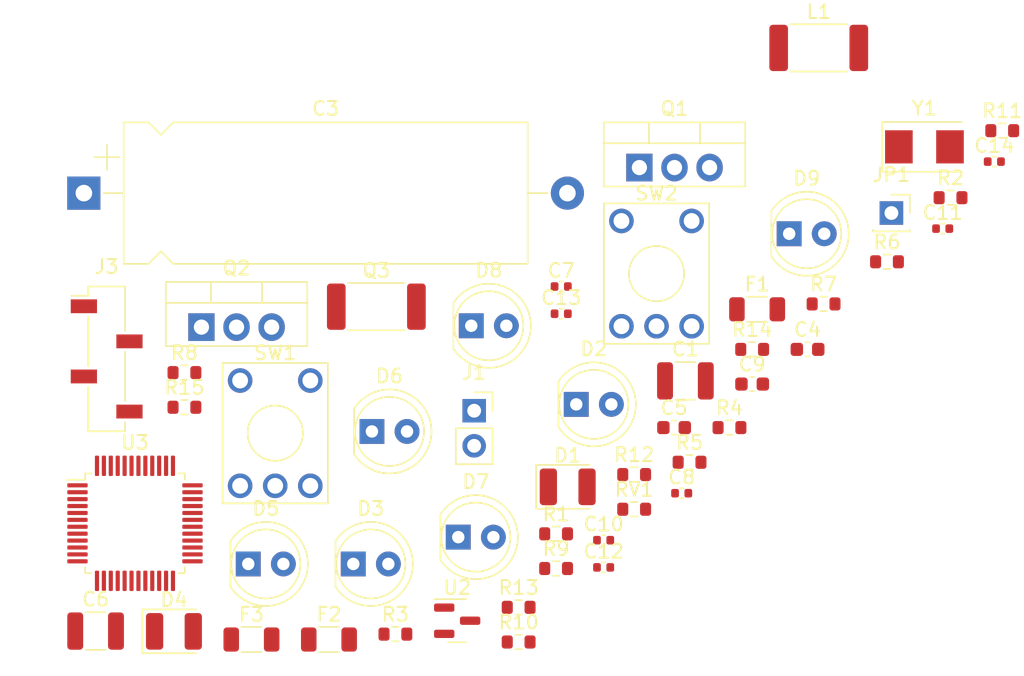
<source format=kicad_pcb>
(kicad_pcb (version 20211014) (generator pcbnew)
  (layers (0 "F.Cu" signal) (31 "B.Cu" signal) (34 "B.Paste" user) (35 "F.Paste" user) (36 "B.SilkS" user "B.Silkscreen") (37 "F.SilkS" user "F.Silkscreen") (38 "B.Mask" user) (39 "F.Mask" user) (44 "Edge.Cuts" user))
  (net 0 "")
  (net 1 "VBUS")
  (net 2 "GND")
  (net 3 "Net-(C3-Pad1)")
  (net 4 "VCC")
  (net 5 "+3.3V")
  (net 6 "+BATT")
  (net 7 "/HSE_OUT")
  (net 8 "/HSE_IN")
  (net 9 "Net-(D1-Pad1)")
  (net 10 "Net-(D2-Pad1)")
  (net 11 "Net-(D2-Pad2)")
  (net 12 "Net-(D3-Pad1)")
  (net 13 "Net-(D3-Pad2)")
  (net 14 "Net-(D5-Pad1)")
  (net 15 "Net-(D6-Pad1)")
  (net 16 "/LED_STAT")
  (net 17 "Net-(D7-Pad2)")
  (net 18 "Net-(D8-Pad2)")
  (net 19 "Net-(D9-Pad2)")
  (net 20 "Net-(F1-Pad1)")
  (net 21 "Net-(F2-Pad1)")
  (net 22 "PIN+")
  (net 23 "SWCLK")
  (net 24 "SWDIO")
  (net 25 "/BOOT0")
  (net 26 "Net-(Q1-Pad1)")
  (net 27 "Net-(Q2-Pad1)")
  (net 28 "PIN-")
  (net 29 "AMP_CTRL")
  (net 30 "Net-(R2-Pad2)")
  (net 31 "FREQ_CTRL")
  (net 32 "PIN_BOT")
  (net 33 "Net-(R10-Pad2)")
  (net 34 "USB_D+")
  (net 35 "LED_ON")
  (net 36 "LED_CONT")
  (net 37 "LED_BURST")
  (net 38 "SELECTION")
  (net 39 "RESET")
  (net 40 "PC13")
  (net 41 "PC14")
  (net 42 "PC15")
  (net 45 "PA3")
  (net 46 "PA6")
  (net 47 "PA7")
  (net 48 "PB0")
  (net 49 "PB1")
  (net 50 "PB2")
  (net 51 "PB10")
  (net 52 "PB11")
  (net 57 "PA8")
  (net 58 "PA9")
  (net 59 "PA10")
  (net 60 "USB_D-")
  (net 61 "PA15")
  (net 62 "SWO")
  (net 63 "PB4")
  (net 64 "PB5")
  (net 65 "PB6")
  (net 66 "PB7")
  (net 67 "PB8")
  (net 68 "PB9")
  (footprint "LED_THT:LED_D5.0mm_FlatTop" (layer "F.Cu") (at 167.1 91.5)
    (fp_text reference "D2" (at 1.27 -4.01) (layer "F.SilkS"))
    (fp_text value "LED")
    (fp_line (start -1.29 -1.64) (end -1.29 1.64) (layer "F.SilkS") (width 0.12))
    (fp_arc (start -1.29 -1.639512) (mid 2.125106 -2.917258) (end 4.309999 0.001958) (layer "F.SilkS") (width 0.12))
    (fp_arc (start 4.309999 -0.001958) (mid 2.125106 2.917258) (end -1.29 1.639512) (layer "F.SilkS") (width 0.12))
    (fp_circle (center 1.27 0) (end 3.77 0) (layer "F.SilkS") (width 0.12) (fill none))
    (pad "1" thru_hole rect (at 0 0) (size 1.8 1.8) (drill 0.9) (layers *.Cu *.Mask) (net 10 "Net-(D2-Pad1)"))
    (pad "2" thru_hole circle (at 2.54 0) (size 1.8 1.8) (drill 0.9) (layers *.Cu *.Mask) (net 11 "Net-(D2-Pad2)"))
  )
  (footprint "Capacitor_SMD:C_0402_1005Metric" (layer "F.Cu") (at 169.08 101.33)
    (fp_text reference "C10" (at 0 -1.16) (layer "F.SilkS"))
    (fp_text value "100n")
    (fp_line (start -0.107836 0.36) (end 0.107836 0.36) (layer "F.SilkS") (width 0.12))
    (fp_line (start -0.107836 -0.36) (end 0.107836 -0.36) (layer "F.SilkS") (width 0.12))
    (pad "1" smd roundrect (at -0.48 0) (size 0.56 0.62) (layers "F.Cu" "F.Paste" "F.Mask") (net 5 "+3.3V"))
    (pad "2" smd roundrect (at 0.48 0) (size 0.56 0.62) (layers "F.Cu" "F.Paste" "F.Mask") (net 2 "GND"))
  )
  (footprint "LED_THT:LED_D5.0mm_FlatTop" (layer "F.Cu") (at 159.5 85.81)
    (fp_text reference "D8" (at 1.27 -4.01) (layer "F.SilkS"))
    (fp_text value "LED")
    (fp_line (start -1.29 -1.64) (end -1.29 1.64) (layer "F.SilkS") (width 0.12))
    (fp_arc (start 4.309999 -0.001958) (mid 2.125106 2.917258) (end -1.29 1.639512) (layer "F.SilkS") (width 0.12))
    (fp_arc (start -1.29 -1.639512) (mid 2.125106 -2.917258) (end 4.309999 0.001958) (layer "F.SilkS") (width 0.12))
    (fp_circle (center 1.27 0) (end 3.77 0) (layer "F.SilkS") (width 0.12) (fill none))
    (pad "1" thru_hole rect (at 0 0) (size 1.8 1.8) (drill 0.9) (layers *.Cu *.Mask) (net 2 "GND"))
    (pad "2" thru_hole circle (at 2.54 0) (size 1.8 1.8) (drill 0.9) (layers *.Cu *.Mask) (net 18 "Net-(D8-Pad2)"))
  )
  (footprint "Resistor_SMD:R_0603_1608Metric" (layer "F.Cu") (at 178.19 93.18)
    (fp_text reference "R4" (at 0 -1.43) (layer "F.SilkS"))
    (fp_text value "10k")
    (fp_line (start -0.237258 -0.5225) (end 0.237258 -0.5225) (layer "F.SilkS") (width 0.12))
    (fp_line (start -0.237258 0.5225) (end 0.237258 0.5225) (layer "F.SilkS") (width 0.12))
    (pad "1" smd roundrect (at -0.825 0) (size 0.8 0.95) (layers "F.Cu" "F.Paste" "F.Mask") (net 2 "GND"))
    (pad "2" smd roundrect (at 0.825 0) (size 0.8 0.95) (layers "F.Cu" "F.Paste" "F.Mask") (net 1 "VBUS"))
  )
  (footprint "Package_TO_SOT_SMD:SOT-23" (layer "F.Cu") (at 158.48 107.16)
    (fp_text reference "U2" (at 0 -2.4) (layer "F.SilkS"))
    (fp_text value "XC6206P332MR")
    (fp_line (start 0 -1.56) (end -1.675 -1.56) (layer "F.SilkS") (width 0.12))
    (fp_line (start 0 -1.56) (end 0.65 -1.56) (layer "F.SilkS") (width 0.12))
    (fp_line (start 0 1.56) (end -0.65 1.56) (layer "F.SilkS") (width 0.12))
    (fp_line (start 0 1.56) (end 0.65 1.56) (layer "F.SilkS") (width 0.12))
    (pad "1" smd roundrect (at -0.9375 -0.95) (size 1.475 0.6) (layers "F.Cu" "F.Paste" "F.Mask") (net 2 "GND"))
    (pad "2" smd roundrect (at -0.9375 0.95) (size 1.475 0.6) (layers "F.Cu" "F.Paste" "F.Mask") (net 5 "+3.3V"))
    (pad "3" smd roundrect (at 0.9375 0) (size 1.475 0.6) (layers "F.Cu" "F.Paste" "F.Mask") (net 4 "VCC"))
  )
  (footprint "Package_TO_SOT_THT:TO-220-3_Vertical" (layer "F.Cu") (at 171.67 74.36)
    (fp_text reference "Q1" (at 2.54 -4.27) (layer "F.SilkS"))
    (fp_text value "IRF540N")
    (fp_line (start -2.58 -1.76) (end 7.66 -1.76) (layer "F.SilkS") (width 0.12))
    (fp_line (start -2.58 -3.27) (end 7.66 -3.27) (layer "F.SilkS") (width 0.12))
    (fp_line (start -2.58 -3.27) (end -2.58 1.371) (layer "F.SilkS") (width 0.12))
    (fp_line (start 0.69 -3.27) (end 0.69 -1.76) (layer "F.SilkS") (width 0.12))
    (fp_line (start -2.58 1.371) (end 7.66 1.371) (layer "F.SilkS") (width 0.12))
    (fp_line (start 7.66 -3.27) (end 7.66 1.371) (layer "F.SilkS") (width 0.12))
    (fp_line (start 4.391 -3.27) (end 4.391 -1.76) (layer "F.SilkS") (width 0.12))
    (pad "1" thru_hole rect (at 0 0) (size 1.905 2) (drill 1.1) (layers *.Cu *.Mask) (net 26 "Net-(Q1-Pad1)"))
    (pad "2" thru_hole oval (at 2.54 0) (size 1.905 2) (drill 1.1) (layers *.Cu *.Mask) (net 9 "Net-(D1-Pad1)"))
    (pad "3" thru_hole oval (at 5.08 0) (size 1.905 2) (drill 1.1) (layers *.Cu *.Mask) (net 2 "GND"))
  )
  (footprint "Connector_PinSocket_2.54mm:PinSocket_1x04_P2.54mm_Vertical_SMD_Pin1Left" (layer "F.Cu") (at 133.11 88.21)
    (fp_text reference "J3" (at 0 -6.68) (layer "F.SilkS"))
    (fp_text value "Conn_01x04_Female")
    (fp_line (start -1.33 -3.05) (end -1.33 0.51) (layer "F.SilkS") (width 0.12))
    (fp_line (start 1.33 -5.24) (end 1.33 -2.03) (layer "F.SilkS") (width 0.12))
    (fp_line (start -1.33 2.03) (end -1.33 5.24) (layer "F.SilkS") (width 0.12))
    (fp_line (start -1.33 5.24) (end 1.33 5.24) (layer "F.SilkS") (width 0.12))
    (fp_line (start -2.54 -4.57) (end -1.33 -4.57) (layer "F.SilkS") (width 0.12))
    (fp_line (start 1.33 -0.51) (end 1.33 3.05) (layer "F.SilkS") (width 0.12))
    (fp_line (start -1.33 -5.24) (end -1.33 -4.57) (layer "F.SilkS") (width 0.12))
    (fp_line (start -1.33 -5.24) (end 1.33 -5.24) (layer "F.SilkS") (width 0.12))
    (fp_line (start 1.33 4.57) (end 1.33 5.24) (layer "F.SilkS") (width 0.12))
    (pad "1" smd rect (at -1.65 -3.81) (size 1.9 1) (layers "F.Cu" "F.Paste" "F.Mask") (net 5 "+3.3V"))
    (pad "2" smd rect (at 1.65 -1.27) (size 1.9 1) (layers "F.Cu" "F.Paste" "F.Mask") (net 2 "GND"))
    (pad "3" smd rect (at -1.65 1.27) (size 1.9 1) (layers "F.Cu" "F.Paste" "F.Mask") (net 23 "SWCLK"))
    (pad "4" smd rect (at 1.65 3.81) (size 1.9 1) (layers "F.Cu" "F.Paste" "F.Mask") (net 24 "SWDIO"))
  )
  (footprint "Resistor_SMD:R_0603_1608Metric" (layer "F.Cu") (at 162.93 108.7)
    (fp_text reference "R10" (at 0 -1.43) (layer "F.SilkS"))
    (fp_text value "10k")
    (fp_line (start -0.237258 -0.5225) (end 0.237258 -0.5225) (layer "F.SilkS") (width 0.12))
    (fp_line (start -0.237258 0.5225) (end 0.237258 0.5225) (layer "F.SilkS") (width 0.12))
    (pad "1" smd roundrect (at -0.825 0) (size 0.8 0.95) (layers "F.Cu" "F.Paste" "F.Mask") (net 2 "GND"))
    (pad "2" smd roundrect (at 0.825 0) (size 0.8 0.95) (layers "F.Cu" "F.Paste" "F.Mask") (net 33 "Net-(R10-Pad2)"))
  )
  (footprint "Resistor_SMD:R_0603_1608Metric" (layer "F.Cu") (at 138.74 89.2)
    (fp_text reference "R8" (at 0 -1.43) (layer "F.SilkS"))
    (fp_text value "10k")
    (fp_line (start -0.237258 0.5225) (end 0.237258 0.5225) (layer "F.SilkS") (width 0.12))
    (fp_line (start -0.237258 -0.5225) (end 0.237258 -0.5225) (layer "F.SilkS") (width 0.12))
    (pad "1" smd roundrect (at -0.825 0) (size 0.8 0.95) (layers "F.Cu" "F.Paste" "F.Mask") (net 25 "/BOOT0"))
    (pad "2" smd roundrect (at 0.825 0) (size 0.8 0.95) (layers "F.Cu" "F.Paste" "F.Mask") (net 2 "GND"))
  )
  (footprint "Package_TO_SOT_THT:TO-220-3_Vertical" (layer "F.Cu") (at 139.97 85.91)
    (fp_text reference "Q2" (at 2.54 -4.27) (layer "F.SilkS"))
    (fp_text value "IRF540N")
    (fp_line (start -2.58 -3.27) (end -2.58 1.371) (layer "F.SilkS") (width 0.12))
    (fp_line (start 0.69 -3.27) (end 0.69 -1.76) (layer "F.SilkS") (width 0.12))
    (fp_line (start 4.391 -3.27) (end 4.391 -1.76) (layer "F.SilkS") (width 0.12))
    (fp_line (start 7.66 -3.27) (end 7.66 1.371) (layer "F.SilkS") (width 0.12))
    (fp_line (start -2.58 1.371) (end 7.66 1.371) (layer "F.SilkS") (width 0.12))
    (fp_line (start -2.58 -1.76) (end 7.66 -1.76) (layer "F.SilkS") (width 0.12))
    (fp_line (start -2.58 -3.27) (end 7.66 -3.27) (layer "F.SilkS") (width 0.12))
    (pad "1" thru_hole rect (at 0 0) (size 1.905 2) (drill 1.1) (layers *.Cu *.Mask) (net 27 "Net-(Q2-Pad1)"))
    (pad "2" thru_hole oval (at 2.54 0) (size 1.905 2) (drill 1.1) (layers *.Cu *.Mask) (net 28 "PIN-"))
    (pad "3" thru_hole oval (at 5.08 0) (size 1.905 2) (drill 1.1) (layers *.Cu *.Mask) (net 2 "GND"))
  )
  (footprint "Capacitor_SMD:C_0402_1005Metric" (layer "F.Cu") (at 166.01 84.94)
    (fp_text reference "C13" (at 0 -1.16) (layer "F.SilkS"))
    (fp_text value "100n")
    (fp_line (start -0.107836 -0.36) (end 0.107836 -0.36) (layer "F.SilkS") (width 0.12))
    (fp_line (start -0.107836 0.36) (end 0.107836 0.36) (layer "F.SilkS") (width 0.12))
    (pad "1" smd roundrect (at -0.48 0) (size 0.56 0.62) (layers "F.Cu" "F.Paste" "F.Mask") (net 5 "+3.3V"))
    (pad "2" smd roundrect (at 0.48 0) (size 0.56 0.62) (layers "F.Cu" "F.Paste" "F.Mask") (net 2 "GND"))
  )
  (footprint "Diode_SMD:D_1210_3225Metric" (layer "F.Cu") (at 137.98 107.93)
    (fp_text reference "D4" (at 0 -2.28) (layer "F.SilkS"))
    (fp_text value "DIODE")
    (fp_line (start -2.285 1.585) (end 1.6 1.585) (layer "F.SilkS") (width 0.12))
    (fp_line (start 1.6 -1.585) (end -2.285 -1.585) (layer "F.SilkS") (width 0.12))
    (fp_line (start -2.285 -1.585) (end -2.285 1.585) (layer "F.SilkS") (width 0.12))
    (pad "1" smd roundrect (at -1.4 0) (size 1.25 2.65) (layers "F.Cu" "F.Paste" "F.Mask") (roundrect_rratio 0.2) (net 1 "VBUS"))
    (pad "2" smd roundrect (at 1.4 0) (size 1.25 2.65) (layers "F.Cu" "F.Paste" "F.Mask") (roundrect_rratio 0.2) (net 4 "VCC"))
  )
  (footprint "Capacitor_SMD:C_0402_1005Metric" (layer "F.Cu") (at 197.36 73.93)
    (fp_text reference "C14" (at 0 -1.16) (layer "F.SilkS"))
    (fp_text value "100n")
    (fp_line (start -0.107836 -0.36) (end 0.107836 -0.36) (layer "F.SilkS") (width 0.12))
    (fp_line (start -0.107836 0.36) (end 0.107836 0.36) (layer "F.SilkS") (width 0.12))
    (pad "1" smd roundrect (at -0.48 0) (size 0.56 0.62) (layers "F.Cu" "F.Paste" "F.Mask") (net 5 "+3.3V"))
    (pad "2" smd roundrect (at 0.48 0) (size 0.56 0.62) (layers "F.Cu" "F.Paste" "F.Mask") (net 2 "GND"))
  )
  (footprint "Resistor_SMD:R_0603_1608Metric" (layer "F.Cu") (at 171.29 96.58)
    (fp_text reference "R12" (at 0 -1.43) (layer "F.SilkS"))
    (fp_text value "1k5")
    (fp_line (start -0.237258 -0.5225) (end 0.237258 -0.5225) (layer "F.SilkS") (width 0.12))
    (fp_line (start -0.237258 0.5225) (end 0.237258 0.5225) (layer "F.SilkS") (width 0.12))
    (pad "1" smd roundrect (at -0.825 0) (size 0.8 0.95) (layers "F.Cu" "F.Paste" "F.Mask") (net 15 "Net-(D6-Pad1)"))
    (pad "2" smd roundrect (at 0.825 0) (size 0.8 0.95) (layers "F.Cu" "F.Paste" "F.Mask") (net 2 "GND"))
  )
  (footprint "Button_Switch_THT:KSA_Tactile_SPST" (layer "F.Cu") (at 170.37 78.225)
    (fp_text reference "SW2" (at 2.54 -2) (layer "F.SilkS"))
    (fp_text value "SW_Push")
    (fp_line (start -1.27 8.89) (end 6.35 8.89) (layer "F.SilkS") (width 0.12))
    (fp_line (start -1.27 -1.27) (end 6.35 -1.27) (layer "F.SilkS") (width 0.12))
    (fp_line (start -1.27 -1.27) (end -1.27 8.89) (layer "F.SilkS") (width 0.12))
    (fp_line (start 6.35 8.89) (end 6.35 -1.27) (layer "F.SilkS") (width 0.12))
    (fp_circle (center 2.54 3.81) (end 0.54 3.81) (layer "F.SilkS") (width 0.12) (fill none))
    (pad "1" thru_hole circle (at 0 0) (size 1.778 1.778) (drill 1.143) (layers *.Cu *.Mask) (net 32 "PIN_BOT"))
    (pad "2" thru_hole circle (at 5.08 0) (size 1.778 1.778) (drill 1.143) (layers *.Cu *.Mask) (net 2 "GND"))
    (pad "3" thru_hole circle (at 5.08 7.62) (size 1.778 1.778) (drill 1.143) (layers *.Cu *.Mask))
    (pad "4" thru_hole circle (at 2.54 7.62) (size 1.778 1.778) (drill 1.143) (layers *.Cu *.Mask))
    (pad "5" thru_hole circle (at 0 7.62) (size 1.778 1.778) (drill 1.143) (layers *.Cu *.Mask))
  )
  (footprint "Package_QFP:LQFP-48_7x7mm_P0.5mm" (layer "F.Cu") (at 135.16 100.11)
    (fp_text reference "U3" (at 0 -5.85) (layer "F.SilkS"))
    (fp_text value "STM32F103C8T6")
    (fp_line (start -3.16 -3.61) (end -3.61 -3.61) (layer "F.SilkS") (width 0.12))
    (fp_line (start -3.16 3.61) (end -3.61 3.61) (layer "F.SilkS") (width 0.12))
    (fp_line (start -3.61 3.61) (end -3.61 3.16) (layer "F.SilkS") (width 0.12))
    (fp_line (start -3.61 -3.16) (end -4.9 -3.16) (layer "F.SilkS") (width 0.12))
    (fp_line (start -3.61 -3.61) (end -3.61 -3.16) (layer "F.SilkS") (width 0.12))
    (fp_line (start 3.16 -3.61) (end 3.61 -3.61) (layer "F.SilkS") (width 0.12))
    (fp_line (start 3.61 3.61) (end 3.61 3.16) (layer "F.SilkS") (width 0.12))
    (fp_line (start 3.16 3.61) (end 3.61 3.61) (layer "F.SilkS") (width 0.12))
    (fp_line (start 3.61 -3.61) (end 3.61 -3.16) (layer "F.SilkS") (width 0.12))
    (pad "1" smd roundrect (at -4.1625 -2.75) (size 1.475 0.3) (layers "F.Cu" "F.Paste" "F.Mask") (net 5 "+3.3V"))
    (pad "2" smd roundrect (at -4.1625 -2.25) (size 1.475 0.3) (layers "F.Cu" "F.Paste" "F.Mask") (net 40 "PC13"))
    (pad "3" smd roundrect (at -4.1625 -1.75) (size 1.475 0.3) (layers "F.Cu" "F.Paste" "F.Mask") (net 41 "PC14"))
    (pad "4" smd roundrect (at -4.1625 -1.25) (size 1.475 0.3) (layers "F.Cu" "F.Paste" "F.Mask") (net 42 "PC15"))
    (pad "5" smd roundrect (at -4.1625 -0.75) (size 1.475 0.3) (layers "F.Cu" "F.Paste" "F.Mask") (net 7 "/HSE_OUT"))
    (pad "6" smd roundrect (at -4.1625 -0.25) (size 1.475 0.3) (layers "F.Cu" "F.Paste" "F.Mask") (net 8 "/HSE_IN"))
    (pad "7" smd roundrect (at -4.1625 0.25) (size 1.475 0.3) (layers "F.Cu" "F.Paste" "F.Mask") (net 39 "RESET"))
    (pad "8" smd roundrect (at -4.1625 0.75) (size 1.475 0.3) (layers "F.Cu" "F.Paste" "F.Mask") (net 2 "GND"))
    (pad "9" smd roundrect (at -4.1625 1.25) (size 1.475 0.3) (layers "F.Cu" "F.Paste" "F.Mask") (net 5 "+3.3V"))
    (pad "10" smd roundrect (at -4.1625 1.75) (size 1.475 0.3) (layers "F.Cu" "F.Paste" "F.Mask"))
    (pad "11" smd roundrect (at -4.1625 2.25) (size 1.475 0.3) (layers "F.Cu" "F.Paste" "F.Mask") (net 16 "/LED_STAT"))
    (pad "12" smd roundrect (at -4.1625 2.75) (size 1.475 0.3) (layers "F.Cu" "F.Paste" "F.Mask"))
    (pad "13" smd roundrect (at -2.75 4.1625) (size 0.3 1.475) (layers "F.Cu" "F.Paste" "F.Mask") (net 45 "PA3"))
    (pad "14" smd roundrect (at -2.25 4.1625) (size 0.3 1.475) (layers "F.Cu" "F.Paste" "F.Mask") (net 38 "SELECTION"))
    (pad "15" smd roundrect (at -1.75 4.1625) (size 0.3 1.475) (layers "F.Cu" "F.Paste" "F.Mask") (net 32 "PIN_BOT"))
    (pad "16" smd roundrect (at -1.25 4.1625) (size 0.3 1.475) (layers "F.Cu" "F.Paste" "F.Mask") (net 46 "PA6"))
    (pad "17" smd roundrect (at -0.75 4.1625) (size 0.3 1.475) (layers "F.Cu" "F.Paste" "F.Mask") (net 47 "PA7"))
    (pad "18" smd roundrect (at -0.25 4.1625) (size 0.3 1.475) (layers "F.Cu" "F.Paste" "F.Mask") (net 48 "PB0"))
    (pad "19" smd roundrect (at 0.25 4.1625) (size 0.3 1.475) (layers "F.Cu" "F.Paste" "F.Mask") (net 49 "PB1"))
    (pad "20" smd roundrect (at 0.75 4.1625) (size 0.3 1.475) (layers "F.Cu" "F.Paste" "F.Mask") (net 50 "PB2"))
    (pad "21" smd roundrect (at 1.25 4.1625) (size 0.3 1.475) (layers "F.Cu" "F.Paste" "F.Mask") (net 51 "PB10"))
    (pad "22" smd roundrect (at 1.75 4.1625) (size 0.3 1.475) (layers "F.Cu" "F.Paste" "F.Mask") (net 52 "PB11"))
    (pad "23" smd roundrect (at 2.25 4.1625) (size 0.3 1.475) (layers "F.Cu" "F.Paste" "F.Mask") (net 2 "GND"))
    (pad "24" smd roundrect (at 2.75 4.1625) (size 0.3 1.475) (layers "F.Cu" "F.Paste" "F.Mask") (net 5 "+3.3V"))
    (pad "25" smd roundrect (at 4.1625 2.75) (size 1.475 0.3) (layers "F.Cu" "F.Paste" "F.Mask"))
    (pad "26" smd roundrect (at 4.1625 2.25) (size 1.475 0.3) (layers "F.Cu" "F.Paste" "F.Mask"))
    (pad "27" smd roundrect (at 4.1625 1.75) (size 1.475 0.3) (layers "F.Cu" "F.Paste" "F.Mask"))
    (pad "28" smd roundrect (at 4.1625 1.25) (size 1.475 0.3) (layers "F.Cu" "F.Paste" "F.Mask"))
    (pad "29" smd roundrect (at 4.1625 0.75) (size 1.475 0.3) (layers "F.Cu" "F.Paste" "F.Mask") (net 57 "PA8"))
    (pad "30" smd roundrect (at 4.1625 0.25) (size 1.475 0.3) (layers "F.Cu" "F.Paste" "F.Mask") (net 58 "PA9"))
    (pad "31" smd roundrect (at 4.1625 -0.25) (size 1.475 0.3) (layers "F.Cu" "F.Paste" "F.Mask") (net 59 "PA10"))
    (pad "32" smd roundrect (at 4.1625 -0.75) (size 1.475 0.3) (layers "F.Cu" "F.Paste" "F.Mask") (net 60 "USB_D-"))
    (pad "33" smd roundrect (at 4.1625 -1.25) (size 1.475 0.3) (layers "F.Cu" "F.Paste" "F.Mask") (net 34 "USB_D+"))
    (pad "34" smd roundrect (at 4.1625 -1.75) (size 1.475 0.3) (layers "F.Cu" "F.Paste" "F.Mask") (net 24 "SWDIO"))
    (pad "35" smd roundrect (at 4.1625 -2.25) (size 1.475 0.3) (layers "F.Cu" "F.Paste" "F.Mask") (net 2 "GND"))
    (pad "36" smd roundrect (at 4.1625 -2.75) (size 1.475 0.3) (layers "F.Cu" "F.Paste" "F.Mask") (net 5 "+3.3V"))
    (pad "37" smd roundrect (at 2.75 -4.1625) (size 0.3 1.475) (layers "F.Cu" "F.Paste" "F.Mask") (net 23 "SWCLK"))
    (pad "38" smd roundrect (at 2.25 -4.1625) (size 0.3 1.475) (layers "F.Cu" "F.Paste" "F.Mask") (net 61 "PA15"))
    (pad "39" smd roundrect (at 1.75 -4.1625) (size 0.3 1.475) (layers "F.Cu" "F.Paste" "F.Mask") (net 62 "SWO"))
    (pad "40" smd roundrect (at 1.25 -4.1625) (size 0.3 1.475) (layers "F.Cu" "F.Paste" "F.Mask") (net 63 "PB4"))
    (pad "41" smd roundrect (at 0.75 -4.1625) (size 0.3 1.475) (layers "F.Cu" "F.Paste" "F.Mask") (net 64 "PB5"))
    (pad "42" smd roundrect (at 0.25 -4.1625) (size 0.3 1.475) (layers "F.Cu" "F.Paste" "F.Mask") (net 65 "PB6"))
    (pad "43" smd roundrect (at -0.25 -4.1625) (size 0.3 1.475) (layers "F.Cu" "F.Paste" "F.Mask") (net 66 "PB7"))
    (pad "44" smd roundrect (at -0.75 -4.1625) (size 0.3 1.475) (layers "F.Cu" "F.Paste" "F.Mask") (net 25 "/BOOT0"))
    (pad "45" smd roundrect (at -1.25 -4.1625) (size 0.3 1.475) (layers "F.Cu" "F.Paste" "F.Mask") (net 67 "PB8"))
    (pad "46" smd roundrect (at -1.75 -4.1625) (size 0.3 1.475) (layers "F.Cu" "F.Paste" "F.Mask") (net 68 "PB9"))
    (pad "47" smd roundrect (at -2.25 -4.1625) (size 0.3 1.475) (layers "F.Cu" "F.Paste" "F.Mask") (net 2 "GND"))
    (pad "48" smd roundrect (at -2.75 -4.1625) (size 0.3 1.475) (layers "F.Cu" "F.Paste" "F.Mask") (net 5 "+3.3V"))
  )
  (footprint "Resistor_SMD:R_0603_1608Metric" (layer "F.Cu") (at 185 84.23)
    (fp_text reference "R7" (at 0 -1.43) (layer "F.SilkS"))
    (fp_text value "1k5")
    (fp_line (start -0.237258 -0.5225) (end 0.237258 -0.5225) (layer "F.SilkS") (width 0.12))
    (fp_line (start -0.237258 0.5225) (end 0.237258 0.5225) (layer "F.SilkS") (width 0.12))
    (pad "1" smd roundrect (at -0.825 0) (size 0.8 0.95) (layers "F.Cu" "F.Paste" "F.Mask") (net 14 "Net-(D5-Pad1)"))
    (pad "2" smd roundrect (at 0.825 0) (size 0.8 0.95) (layers "F.Cu" "F.Paste" "F.Mask") (net 2 "GND"))
  )
  (footprint "LED_THT:LED_D5.0mm_FlatTop" (layer "F.Cu") (at 143.36 103.05)
    (fp_text reference "D5" (at 1.27 -4.01) (layer "F.SilkS"))
    (fp_text value "LED")
    (fp_line (start -1.29 -1.64) (end -1.29 1.64) (layer "F.SilkS") (width 0.12))
    (fp_arc (start 4.309999 -0.001958) (mid 2.125106 2.917258) (end -1.29 1.639512) (layer "F.SilkS") (width 0.12))
    (fp_arc (start -1.29 -1.639512) (mid 2.125106 -2.917258) (end 4.309999 0.001958) (layer "F.SilkS") (width 0.12))
    (fp_circle (center 1.27 0) (end 3.77 0) (layer "F.SilkS") (width 0.12) (fill none))
    (pad "1" thru_hole rect (at 0 0) (size 1.8 1.8) (drill 0.9) (layers *.Cu *.Mask) (net 14 "Net-(D5-Pad1)"))
    (pad "2" thru_hole circle (at 2.54 0) (size 1.8 1.8) (drill 0.9) (layers *.Cu *.Mask) (net 5 "+3.3V"))
  )
  (footprint "Capacitor_SMD:C_0603_1608Metric" (layer "F.Cu") (at 174.18 93.18)
    (fp_text reference "C5" (at 0 -1.43) (layer "F.SilkS"))
    (fp_text value "1u")
    (fp_line (start -0.14058 0.51) (end 0.14058 0.51) (layer "F.SilkS") (width 0.12))
    (fp_line (start -0.14058 -0.51) (end 0.14058 -0.51) (layer "F.SilkS") (width 0.12))
    (pad "1" smd roundrect (at -0.775 0) (size 0.9 0.95) (layers "F.Cu" "F.Paste" "F.Mask") (net 5 "+3.3V"))
    (pad "2" smd roundrect (at 0.775 0) (size 0.9 0.95) (layers "F.Cu" "F.Paste" "F.Mask") (net 2 "GND"))
  )
  (footprint "Connector_PinSocket_2.54mm:PinSocket_1x01_P2.54mm_Vertical" (layer "F.Cu") (at 189.91 77.65)
    (fp_text reference "JP1" (at 0 -2.77) (layer "F.SilkS"))
    (fp_text value "SolderJumper_2_Open")
    (fp_line (start -1.33 1.33) (end 1.33 1.33) (layer "F.SilkS") (width 0.12))
    (fp_line (start 1.33 1.21) (end 1.33 1.33) (layer "F.SilkS") (width 0.12))
    (fp_line (start 0 -1.33) (end 1.33 -1.33) (layer "F.SilkS") (width 0.12))
    (fp_line (start 1.33 -1.33) (end 1.33 0) (layer "F.SilkS") (width 0.12))
    (fp_line (start -1.33 1.21) (end -1.33 1.33) (layer "F.SilkS") (width 0.12))
    (pad "1" thru_hole rect (at 0 0) (size 1.7 1.7) (drill 1) (layers *.Cu *.Mask) (net 25 "/BOOT0"))
  )
  (footprint "Capacitor_SMD:C_0402_1005Metric" (layer "F.Cu") (at 166.01 82.97)
    (fp_text reference "C7" (at 0 -1.16) (layer "F.SilkS"))
    (fp_text value "30p")
    (fp_line (start -0.107836 -0.36) (end 0.107836 -0.36) (layer "F.SilkS") (width 0.12))
    (fp_line (start -0.107836 0.36) (end 0.107836 0.36) (layer "F.SilkS") (width 0.12))
    (pad "1" smd roundrect (at -0.48 0) (size 0.56 0.62) (layers "F.Cu" "F.Paste" "F.Mask") (net 7 "/HSE_OUT"))
    (pad "2" smd roundrect (at 0.48 0) (size 0.56 0.62) (layers "F.Cu" "F.Paste" "F.Mask") (net 2 "GND"))
  )
  (footprint "LED_THT:LED_D5.0mm_FlatTop" (layer "F.Cu") (at 158.56 101.11)
    (fp_text reference "D7" (at 1.27 -4.01) (layer "F.SilkS"))
    (fp_text value "LED")
    (fp_line (start -1.29 -1.64) (end -1.29 1.64) (layer "F.SilkS") (width 0.12))
    (fp_arc (start 4.309999 -0.001958) (mid 2.125106 2.917258) (end -1.29 1.639512) (layer "F.SilkS") (width 0.12))
    (fp_arc (start -1.29 -1.639512) (mid 2.125106 -2.917258) (end 4.309999 0.001958) (layer "F.SilkS") (width 0.12))
    (fp_circle (center 1.27 0) (end 3.77 0) (layer "F.SilkS") (width 0.12) (fill none))
    (pad "1" thru_hole rect (at 0 0) (size 1.8 1.8) (drill 0.9) (layers *.Cu *.Mask) (net 2 "GND"))
    (pad "2" thru_hole circle (at 2.54 0) (size 1.8 1.8) (drill 0.9) (layers *.Cu *.Mask) (net 17 "Net-(D7-Pad2)"))
  )
  (footprint "Diode_SMD:D_1210_3225Metric" (layer "F.Cu") (at 166.48 97.47)
    (fp_text reference "D1" (at 0 -2.28) (layer "F.SilkS"))
    (fp_text value "DIODE")
    (fp_line (start 1.6 -1.585) (end -2.285 -1.585) (layer "F.SilkS") (width 0.12))
    (fp_line (start -2.285 1.585) (end 1.6 1.585) (layer "F.SilkS") (width 0.12))
    (fp_line (start -2.285 -1.585) (end -2.285 1.585) (layer "F.SilkS") (width 0.12))
    (pad "1" smd roundrect (at -1.4 0) (size 1.25 2.65) (layers "F.Cu" "F.Paste" "F.Mask") (roundrect_rratio 0.2) (net 9 "Net-(D1-Pad1)"))
    (pad "2" smd roundrect (at 1.4 0) (size 1.25 2.65) (layers "F.Cu" "F.Paste" "F.Mask") (roundrect_rratio 0.2) (net 3 "Net-(C3-Pad1)"))
  )
  (footprint "LED_THT:LED_D5.0mm_FlatTop" (layer "F.Cu") (at 152.31 93.46)
    (fp_text reference "D6" (at 1.27 -4.01) (layer "F.SilkS"))
    (fp_text value "BLUE")
    (fp_line (start -1.29 -1.64) (end -1.29 1.64) (layer "F.SilkS") (width 0.12))
    (fp_arc (start 4.309999 -0.001958) (mid 2.125106 2.917258) (end -1.29 1.639512) (layer "F.SilkS") (width 0.12))
    (fp_arc (start -1.29 -1.639512) (mid 2.125106 -2.917258) (end 4.309999 0.001958) (layer "F.SilkS") (width 0.12))
    (fp_circle (center 1.27 0) (end 3.77 0) (layer "F.SilkS") (width 0.12) (fill none))
    (pad "1" thru_hole rect (at 0 0) (size 1.8 1.8) (drill 0.9) (layers *.Cu *.Mask) (net 15 "Net-(D6-Pad1)"))
    (pad "2" thru_hole circle (at 2.54 0) (size 1.8 1.8) (drill 0.9) (layers *.Cu *.Mask) (net 16 "/LED_STAT"))
  )
  (footprint "Resistor_SMD:R_0603_1608Metric" (layer "F.Cu") (at 179.83 87.52)
    (fp_text reference "R14" (at 0 -1.43) (layer "F.SilkS"))
    (fp_text value "1k")
    (fp_line (start -0.237258 -0.5225) (end 0.237258 -0.5225) (layer "F.SilkS") (width 0.12))
    (fp_line (start -0.237258 0.5225) (end 0.237258 0.5225) (layer "F.SilkS") (width 0.12))
    (pad "1" smd roundrect (at -0.825 0) (size 0.8 0.95) (layers "F.Cu" "F.Paste" "F.Mask") (net 18 "Net-(D8-Pad2)"))
    (pad "2" smd roundrect (at 0.825 0) (size 0.8 0.95) (layers "F.Cu" "F.Paste" "F.Mask") (net 36 "LED_CONT"))
  )
  (footprint "Resistor_SMD:R_0603_1608Metric" (layer "F.Cu") (at 194.19 76.54)
    (fp_text reference "R2" (at 0 -1.43) (layer "F.SilkS"))
    (fp_text value "1K")
    (fp_line (start -0.237258 0.5225) (end 0.237258 0.5225) (layer "F.SilkS") (width 0.12))
    (fp_line (start -0.237258 -0.5225) (end 0.237258 -0.5225) (layer "F.SilkS") (width 0.12))
    (pad "1" smd roundrect (at -0.825 0) (size 0.8 0.95) (layers "F.Cu" "F.Paste" "F.Mask") (net 2 "GND"))
    (pad "2" smd roundrect (at 0.825 0) (size 0.8 0.95) (layers "F.Cu" "F.Paste" "F.Mask") (net 30 "Net-(R2-Pad2)"))
  )
  (footprint "Inductor_SMD:L_2512_6332Metric" (layer "F.Cu") (at 184.65 65.7)
    (fp_text reference "L1" (at 0 -2.62) (layer "F.SilkS"))
    (fp_text value "27uH")
    (fp_line (start -2.052064 1.71) (end 2.052064 1.71) (layer "F.SilkS") (width 0.12))
    (fp_line (start -2.052064 -1.71) (end 2.052064 -1.71) (layer "F.SilkS") (width 0.12))
    (pad "1" smd roundrect (at -2.9 0) (size 1.35 3.35) (layers "F.Cu" "F.Paste" "F.Mask") (roundrect_rratio 0.185185) (net 5 "+3.3V"))
    (pad "2" smd roundrect (at 2.9 0) (size 1.35 3.35) (layers "F.Cu" "F.Paste" "F.Mask") (roundrect_rratio 0.185185) (net 9 "Net-(D1-Pad1)"))
  )
  (footprint "Inductor_SMD:L_2512_6332Metric" (layer "F.Cu") (at 152.63 84.43)
    (fp_text reference "Q3" (at 0 -2.62) (layer "F.SilkS"))
    (fp_text value "Q_PMOS_DGS")
    (fp_line (start -2.052064 1.71) (end 2.052064 1.71) (layer "F.SilkS") (width 0.12))
    (fp_line (start -2.052064 -1.71) (end 2.052064 -1.71) (layer "F.SilkS") (width 0.12))
    (pad "1" smd roundrect (at -2.9 0) (size 1.35 3.35) (layers "F.Cu" "F.Paste" "F.Mask") (roundrect_rratio 0.185185) (net 6 "+BATT"))
    (pad "2" smd roundrect (at 2.9 0) (size 1.35 3.35) (layers "F.Cu" "F.Paste" "F.Mask") (roundrect_rratio 0.185185) (net 1 "VBUS"))
  )
  (footprint "Capacitor_SMD:C_0402_1005Metric" (layer "F.Cu") (at 169.08 103.3)
    (fp_text reference "C12" (at 0 -1.16) (layer "F.SilkS"))
    (fp_text value "100n")
    (fp_line (start -0.107836 0.36) (end 0.107836 0.36) (layer "F.SilkS") (width 0.12))
    (fp_line (start -0.107836 -0.36) (end 0.107836 -0.36) (layer "F.SilkS") (width 0.12))
    (pad "1" smd roundrect (at -0.48 0) (size 0.56 0.62) (layers "F.Cu" "F.Paste" "F.Mask") (net 5 "+3.3V"))
    (pad "2" smd roundrect (at 0.48 0) (size 0.56 0.62) (layers "F.Cu" "F.Paste" "F.Mask") (net 2 "GND"))
  )
  (footprint "Crystal:Crystal_SMD_5032-2Pin_5.0x3.2mm" (layer "F.Cu") (at 192.3 72.86)
    (fp_text reference "Y1" (at 0 -2.8) (layer "F.SilkS"))
    (fp_text value "8MHz")
    (fp_line (start -3.05 -1.8) (end -3.05 1.8) (layer "F.SilkS") (width 0.12))
    (fp_line (start -3.05 1.8) (end 2.7 1.8) (layer "F.SilkS") (width 0.12))
    (fp_line (start 2.7 -1.8) (end -3.05 -1.8) (layer "F.SilkS") (width 0.12))
    (pad "1" smd rect (at -1.85 0) (size 2 2.4) (layers "F.Cu" "F.Paste" "F.Mask") (net 7 "/HSE_OUT"))
    (pad "2" smd rect (at 1.85 0) (size 2 2.4) (layers "F.Cu" "F.Paste" "F.Mask") (net 8 "/HSE_IN"))
  )
  (footprint "Capacitor_SMD:C_1210_3225Metric" (layer "F.Cu") (at 175 89.8)
    (fp_text reference "C1" (at 0 -2.3) (layer "F.SilkS"))
    (fp_text value "C_Polarized_US")
    (fp_line (start -0.711252 -1.36) (end 0.711252 -1.36) (layer "F.SilkS") (width 0.12))
    (fp_line (start -0.711252 1.36) (end 0.711252 1.36) (layer "F.SilkS") (width 0.12))
    (pad "1" smd roundrect (at -1.475 0) (size 1.15 2.7) (layers "F.Cu" "F.Paste" "F.Mask") (roundrect_rratio 0.217391) (net 1 "VBUS"))
    (pad "2" smd roundrect (at 1.475 0) (size 1.15 2.7) (layers "F.Cu" "F.Paste" "F.Mask") (roundrect_rratio 0.217391) (net 2 "GND"))
  )
  (footprint "LED_THT:LED_D5.0mm_FlatTop" (layer "F.Cu") (at 182.51 79.15)
    (fp_text reference "D9" (at 1.27 -4.01) (layer "F.SilkS"))
    (fp_text value "LED")
    (fp_line (start -1.29 -1.64) (end -1.29 1.64) (layer "F.SilkS") (width 0.12))
    (fp_arc (start 4.309999 -0.001958) (mid 2.125106 2.917258) (end -1.29 1.639512) (layer "F.SilkS") (width 0.12))
    (fp_arc (start -1.29 -1.639512) (mid 2.125106 -2.917258) (end 4.309999 0.001958) (layer "F.SilkS") (width 0.12))
    (fp_circle (center 1.27 0) (end 3.77 0) (layer "F.SilkS") (width 0.12) (fill none))
    (pad "1" thru_hole rect (at 0 0) (size 1.8 1.8) (drill 0.9) (layers *.Cu *.Mask) (net 2 "GND"))
    (pad "2" thru_hole circle (at 2.54 0) (size 1.8 1.8) (drill 0.9) (layers *.Cu *.Mask) (net 19 "Net-(D9-Pad2)"))
  )
  (footprint "Resistor_SMD:R_0603_1608Metric" (layer "F.Cu") (at 154.01 108.13)
    (fp_text reference "R3" (at 0 -1.43) (layer "F.SilkS"))
    (fp_text value "1K")
    (fp_line (start -0.237258 -0.5225) (end 0.237258 -0.5225) (layer "F.SilkS") (width 0.12))
    (fp_line (start -0.237258 0.5225) (end 0.237258 0.5225) (layer "F.SilkS") (width 0.12))
    (pad "1" smd roundrect (at -0.825 0) (size 0.8 0.95) (layers "F.Cu" "F.Paste" "F.Mask") (net 27 "Net-(Q2-Pad1)"))
    (pad "2" smd roundrect (at 0.825 0) (size 0.8 0.95) (layers "F.Cu" "F.Paste" "F.Mask") (net 31 "FREQ_CTRL"))
  )
  (footprint "Resistor_SMD:R_0603_1608Metric" (layer "F.Cu") (at 197.93 71.69)
    (fp_text reference "R11" (at 0 -1.43) (layer "F.SilkS"))
    (fp_text value "1k5")
    (fp_line (start -0.237258 0.5225) (end 0.237258 0.5225) (layer "F.SilkS") (width 0.12))
    (fp_line (start -0.237258 -0.5225) (end 0.237258 -0.5225) (layer "F.SilkS") (width 0.12))
    (pad "1" smd roundrect (at -0.825 0) (size 0.8 0.95) (layers "F.Cu" "F.Paste" "F.Mask") (net 5 "+3.3V"))
    (pad "2" smd roundrect (at 0.825 0) (size 0.8 0.95) (layers "F.Cu" "F.Paste" "F.Mask") (net 34 "USB_D+"))
  )
  (footprint "Capacitor_SMD:C_0603_1608Metric" (layer "F.Cu") (at 179.83 90.03)
    (fp_text reference "C9" (at 0 -1.43) (layer "F.SilkS"))
    (fp_text value "4u7")
    (fp_line (start -0.14058 0.51) (end 0.14058 0.51) (layer "F.SilkS") (width 0.12))
    (fp_line (start -0.14058 -0.51) (end 0.14058 -0.51) (layer "F.SilkS") (width 0.12))
    (pad "1" smd roundrect (at -0.775 0) (size 0.9 0.95) (layers "F.Cu" "F.Paste" "F.Mask") (net 5 "+3.3V"))
    (pad "2" smd roundrect (at 0.775 0) (size 0.9 0.95) (layers "F.Cu" "F.Paste" "F.Mask") (net 2 "GND"))
  )
  (footprint "Capacitor_SMD:C_0402_1005Metric" (layer "F.Cu") (at 174.73 97.93)
    (fp_text reference "C8" (at 0 -1.16) (layer "F.SilkS"))
    (fp_text value "30p")
    (fp_line (start -0.107836 0.36) (end 0.107836 0.36) (layer "F.SilkS") (width 0.12))
    (fp_line (start -0.107836 -0.36) (end 0.107836 -0.36) (layer "F.SilkS") (width 0.12))
    (pad "1" smd roundrect (at -0.48 0) (size 0.56 0.62) (layers "F.Cu" "F.Paste" "F.Mask") (net 8 "/HSE_IN"))
    (pad "2" smd roundrect (at 0.48 0) (size 0.56 0.62) (layers "F.Cu" "F.Paste" "F.Mask") (net 2 "GND"))
  )
  (footprint "Resistor_SMD:R_1206_3216Metric" (layer "F.Cu") (at 149.2 108.52)
    (fp_text reference "F2" (at 0 -1.82) (layer "F.SilkS"))
    (fp_text value "Fuse")
    (fp_line (start -0.727064 0.91) (end 0.727064 0.91) (layer "F.SilkS") (width 0.12))
    (fp_line (start -0.727064 -0.91) (end 0.727064 -0.91) (layer "F.SilkS") (width 0.12))
    (pad "1" smd roundrect (at -1.4625 0) (size 1.125 1.75) (layers "F.Cu" "F.Paste" "F.Mask") (roundrect_rratio 0.222222) (net 21 "Net-(F2-Pad1)"))
    (pad "2" smd roundrect (at 1.4625 0) (size 1.125 1.75) (layers "F.Cu" "F.Paste" "F.Mask") (roundrect_rratio 0.222222) (net 6 "+BATT"))
  )
  (footprint "LED_THT:LED_D5.0mm_FlatTop" (layer "F.Cu") (at 150.96 103.05)
    (fp_text reference "D3" (at 1.27 -4.01) (layer "F.SilkS"))
    (fp_text value "LED")
    (fp_line (start -1.29 -1.64) (end -1.29 1.64) (layer "F.SilkS") (width 0.12))
    (fp_arc (start 4.309999 -0.001958) (mid 2.125106 2.917258) (end -1.29 1.639512) (layer "F.SilkS") (width 0.12))
    (fp_arc (start -1.29 -1.639512) (mid 2.125106 -2.917258) (end 4.309999 0.001958) (layer "F.SilkS") (width 0.12))
    (fp_circle (center 1.27 0) (end 3.77 0) (layer "F.SilkS") (width 0.12) (fill none))
    (pad "1" thru_hole rect (at 0 0) (size 1.8 1.8) (drill 0.9) (layers *.Cu *.Mask) (net 12 "Net-(D3-Pad1)"))
    (pad "2" thru_hole circle (at 2.54 0) (size 1.8 1.8) (drill 0.9) (layers *.Cu *.Mask) (net 13 "Net-(D3-Pad2)"))
  )
  (footprint "Resistor_SMD:R_0603_1608Metric" (layer "F.Cu") (at 189.59 81.18)
    (fp_text reference "R6" (at 0 -1.43) (layer "F.SilkS"))
    (fp_text value "1K")
    (fp_line (start -0.237258 -0.5225) (end 0.237258 -0.5225) (layer "F.SilkS") (width 0.12))
    (fp_line (start -0.237258 0.5225) (end 0.237258 0.5225) (layer "F.SilkS") (width 0.12))
    (pad "1" smd roundrect (at -0.825 0) (size 0.8 0.95) (layers "F.Cu" "F.Paste" "F.Mask") (net 13 "Net-(D3-Pad2)"))
    (pad "2" smd roundrect (at 0.825 0) (size 0.8 0.95) (layers "F.Cu" "F.Paste" "F.Mask") (net 1 "VBUS"))
  )
  (footprint "Resistor_SMD:R_0603_1608Metric" (layer "F.Cu") (at 171.29 99.09)
    (fp_text reference "RV1" (at 0 -1.43) (layer "F.SilkS"))
    (fp_text value "10k")
    (fp_line (start -0.237258 -0.5225) (end 0.237258 -0.5225) (layer "F.SilkS") (width 0.12))
    (fp_line (start -0.237258 0.5225) (end 0.237258 0.5225) (layer "F.SilkS") (width 0.12))
    (pad "1" smd roundrect (at -0.825 0) (size 0.8 0.95) (layers "F.Cu" "F.Paste" "F.Mask") (net 5 "+3.3V"))
    (pad "2" smd roundrect (at 0.825 0) (size 0.8 0.95) (layers "F.Cu" "F.Paste" "F.Mask") (net 38 "SELECTION"))
  )
  (footprint "Capacitor_SMD:C_0603_1608Metric" (layer "F.Cu") (at 183.84 87.52)
    (fp_text reference "C4" (at 0 -1.43) (layer "F.SilkS"))
    (fp_text value "1u")
    (fp_line (start -0.14058 0.51) (end 0.14058 0.51) (layer "F.SilkS") (width 0.12))
    (fp_line (start -0.14058 -0.51) (end 0.14058 -0.51) (layer "F.SilkS") (width 0.12))
    (pad "1" smd roundrect (at -0.775 0) (size 0.9 0.95) (layers "F.Cu" "F.Paste" "F.Mask") (net 4 "VCC"))
    (pad "2" smd roundrect (at 0.775 0) (size 0.9 0.95) (layers "F.Cu" "F.Paste" "F.Mask") (net 2 "GND"))
  )
  (footprint "Resistor_SMD:R_0603_1608Metric" (layer "F.Cu") (at 175.3 95.69)
    (fp_text reference "R5" (at 0 -1.43) (layer "F.SilkS"))
    (fp_text value "1K")
    (fp_line (start -0.237258 -0.5225) (end 0.237258 -0.5225) (layer "F.SilkS") (width 0.12))
    (fp_line (start -0.237258 0.5225) (end 0.237258 0.5225) (layer "F.SilkS") (width 0.12))
    (pad "1" smd roundrect (at -0.825 0) (size 0.8 0.95) (layers "F.Cu" "F.Paste" "F.Mask") (net 11 "Net-(D2-Pad2)"))
    (pad "2" smd roundrect (at 0.825 0) (size 0.8 0.95) (layers "F.Cu" "F.Paste" "F.Mask") (net 1 "VBUS"))
  )
  (footprint "Capacitor_THT:CP_Axial_L29.0mm_D10.0mm_P35.00mm_Horizontal" (layer "F.Cu") (at 131.46 76.21)
    (fp_text reference "C3" (at 17.5 -6.12) (layer "F.SilkS"))
    (fp_text value "100uF")
    (fp_line (start 2.88 5.12) (end 4.68 5.12) (layer "F.SilkS") (width 0.12))
    (fp_line (start 0.78 -2.6) (end 2.58 -2.6) (layer "F.SilkS") (width 0.12))
    (fp_line (start 33.56 0) (end 32.12 0) (layer "F.SilkS") (width 0.12))
    (fp_line (start 4.68 -5.12) (end 5.58 -4.22) (layer "F.SilkS") (width 0.12))
    (fp_line (start 5.58 -4.22) (end 6.48 -5.12) (layer "F.SilkS") (width 0.12))
    (fp_line (start 2.88 -5.12) (end 4.68 -5.12) (layer "F.SilkS") (width 0.12))
    (fp_line (start 5.58 4.22) (end 6.48 5.12) (layer "F.SilkS") (width 0.12))
    (fp_line (start 6.48 5.12) (end 32.12 5.12) (layer "F.SilkS") (width 0.12))
    (fp_line (start 2.88 -5.12) (end 2.88 5.12) (layer "F.SilkS") (width 0.12))
    (fp_line (start 1.44 0) (end 2.88 0) (layer "F.SilkS") (width 0.12))
    (fp_line (start 6.48 -5.12) (end 32.12 -5.12) (layer "F.SilkS") (width 0.12))
    (fp_line (start 1.68 -3.5) (end 1.68 -1.7) (layer "F.SilkS") (width 0.12))
    (fp_line (start 32.12 -5.12) (end 32.12 5.12) (layer "F.SilkS") (width 0.12))
    (fp_line (start 4.68 5.12) (end 5.58 4.22) (layer "F.SilkS") (width 0.12))
    (pad "1" thru_hole rect (at 0 0) (size 2.4 2.4) (drill 1.2) (layers *.Cu *.Mask) (net 3 "Net-(C3-Pad1)"))
    (pad "2" thru_hole oval (at 35 0) (size 2.4 2.4) (drill 1.2) (layers *.Cu *.Mask) (net 2 "GND"))
  )
  (footprint "Button_Switch_THT:KSA_Tactile_SPST" (layer "F.Cu") (at 142.77 89.775)
    (fp_text reference "SW1" (at 2.54 -2) (layer "F.SilkS"))
    (fp_text value "SW_Push")
    (fp_line (start -1.27 -1.27) (end -1.27 8.89) (layer "F.SilkS") (width 0.12))
    (fp_line (start -1.27 8.89) (end 6.35 8.89) (layer "F.SilkS") (width 0.12))
    (fp_line (start 6.35 8.89) (end 6.35 -1.27) (layer "F.SilkS") (width 0.12))
    (fp_line (start -1.27 -1.27) (end 6.35 -1.27) (layer "F.SilkS") (width 0.12))
    (fp_circle (center 2.54 3.81) (end 0.54 3.81) (layer "F.SilkS") (width 0.12) (fill none))
    (pad "1" thru_hole circle (at 0 0) (size 1.778 1.778) (drill 1.143) (layers *.Cu *.Mask) (net 39 "RESET"))
    (pad "2" thru_hole circle (at 5.08 0) (size 1.778 1.778) (drill 1.143) (layers *.Cu *.Mask) (net 2 "GND"))
    (pad "3" thru_hole circle (at 5.08 7.62) (size 1.778 1.778) (drill 1.143) (layers *.Cu *.Mask))
    (pad "4" thru_hole circle (at 2.54 7.62) (size 1.778 1.778) (drill 1.143) (layers *.Cu *.Mask))
    (pad "5" thru_hole circle (at 0 7.62) (size 1.778 1.778) (drill 1.143) (layers *.Cu *.Mask))
  )
  (footprint "Resistor_SMD:R_0603_1608Metric" (layer "F.Cu") (at 138.74 91.71)
    (fp_text reference "R15" (at 0 -1.43) (layer "F.SilkS"))
    (fp_text value "1k")
    (fp_line (start -0.237258 0.5225) (end 0.237258 0.5225) (layer "F.SilkS") (width 0.12))
    (fp_line (start -0.237258 -0.5225) (end 0.237258 -0.5225) (layer "F.SilkS") (width 0.12))
    (pad "1" smd roundrect (at -0.825 0) (size 0.8 0.95) (layers "F.Cu" "F.Paste" "F.Mask") (net 19 "Net-(D9-Pad2)"))
    (pad "2" smd roundrect (at 0.825 0) (size 0.8 0.95) (layers "F.Cu" "F.Paste" "F.Mask") (net 37 "LED_BURST"))
  )
  (footprint "Resistor_SMD:R_0603_1608Metric" (layer "F.Cu") (at 162.93 106.19)
    (fp_text reference "R13" (at 0 -1.43) (layer "F.SilkS"))
    (fp_text value "1k")
    (fp_line (start -0.237258 -0.5225) (end 0.237258 -0.5225) (layer "F.SilkS") (width 0.12))
    (fp_line (start -0.237258 0.5225) (end 0.237258 0.5225) (layer "F.SilkS") (width 0.12))
    (pad "1" smd roundrect (at -0.825 0) (size 0.8 0.95) (layers "F.Cu" "F.Paste" "F.Mask") (net 17 "Net-(D7-Pad2)"))
    (pad "2" smd roundrect (at 0.825 0) (size 0.8 0.95) (layers "F.Cu" "F.Paste" "F.Mask") (net 35 "LED_ON"))
  )
  (footprint "Resistor_SMD:R_1206_3216Metric" (layer "F.Cu") (at 143.59 108.52)
    (fp_text reference "F3" (at 0 -1.82) (layer "F.SilkS"))
    (fp_text value "100mA")
    (fp_line (start -0.727064 -0.91) (end 0.727064 -0.91) (layer "F.SilkS") (width 0.12))
    (fp_line (start -0.727064 0.91) (end 0.727064 0.91) (layer "F.SilkS") (width 0.12))
    (pad "1" smd roundrect (at -1.4625 0) (size 1.125 1.75) (layers "F.Cu" "F.Paste" "F.Mask") (roundrect_rratio 0.222222) (net 3 "Net-(C3-Pad1)"))
    (pad "2" smd roundrect (at 1.4625 0) (size 1.125 1.75) (layers "F.Cu" "F.Paste" "F.Mask") (roundrect_rratio 0.222222) (net 22 "PIN+"))
  )
  (footprint "Connector_PinSocket_2.54mm:PinSocket_1x02_P2.54mm_Vertical" (layer "F.Cu") (at 159.71 91.96)
    (fp_text reference "J1" (at 0 -2.77) (layer "F.SilkS"))
    (fp_text value "Conn_01x02")
    (fp_line (start -1.33 1.27) (end -1.33 3.87) (layer "F.SilkS") (width 0.12))
    (fp_line (start 1.33 -1.33) (end 1.33 0) (layer "F.SilkS") (width 0.12))
    (fp_line (start 1.33 1.27) (end 1.33 3.87) (layer "F.SilkS") (width 0.12))
    (fp_line (start -1.33 1.27) (end 1.33 1.27) (layer "F.SilkS") (width 0.12))
    (fp_line (start 0 -1.33) (end 1.33 -1.33) (layer "F.SilkS") (width 0.12))
    (fp_line (start -1.33 3.87) (end 1.33 3.87) (layer "F.SilkS") (width 0.12))
    (pad "1" thru_hole rect (at 0 0) (size 1.7 1.7) (drill 1) (layers *.Cu *.Mask) (net 2 "GND"))
    (pad "2" thru_hole oval (at 0 2.54) (size 1.7 1.7) (drill 1) (layers *.Cu *.Mask) (net 21 "Net-(F2-Pad1)"))
  )
  (footprint "Resistor_SMD:R_1206_3216Metric" (layer "F.Cu") (at 180.19 84.62)
    (fp_text reference "F1" (at 0 -1.82) (layer "F.SilkS"))
    (fp_text value "Fuse")
    (fp_line (start -0.727064 0.91) (end 0.727064 0.91) (layer "F.SilkS") (width 0.12))
    (fp_line (start -0.727064 -0.91) (end 0.727064 -0.91) (layer "F.SilkS") (width 0.12))
    (pad "1" smd roundrect (at -1.4625 0) (size 1.125 1.75) (layers "F.Cu" "F.Paste" "F.Mask") (roundrect_rratio 0.222222) (net 20 "Net-(F1-Pad1)"))
    (pad "2" smd roundrect (at 1.4625 0) (size 1.125 1.75) (layers "F.Cu" "F.Paste" "F.Mask") (roundrect_rratio 0.222222) (net 1 "VBUS"))
  )
  (footprint "Resistor_SMD:R_0603_1608Metric" (layer "F.Cu") (at 165.64 100.87)
    (fp_text reference "R1" (at 0 -1.43) (layer "F.SilkS"))
    (fp_text value "1K")
    (fp_line (start -0.237258 0.5225) (end 0.237258 0.5225) (layer "F.SilkS") (width 0.12))
    (fp_line (start -0.237258 -0.5225) (end 0.237258 -0.5225) (layer "F.SilkS") (width 0.12))
    (pad "1" smd roundrect (at -0.825 0) (size 0.8 0.95) (layers "F.Cu" "F.Paste" "F.Mask") (net 29 "AMP_CTRL"))
    (pad "2" smd roundrect (at 0.825 0) (size 0.8 0.95) (layers "F.Cu" "F.Paste" "F.Mask") (net 26 "Net-(Q1-Pad1)"))
  )
  (footprint "Capacitor_SMD:C_0402_1005Metric" (layer "F.Cu") (at 193.62 78.78)
    (fp_text reference "C11" (at 0 -1.16) (layer "F.SilkS"))
    (fp_text value "100n")
    (fp_line (start -0.107836 -0.36) (end 0.107836 -0.36) (layer "F.SilkS") (width 0.12))
    (fp_line (start -0.107836 0.36) (end 0.107836 0.36) (layer "F.SilkS") (width 0.12))
    (pad "1" smd roundrect (at -0.48 0) (size 0.56 0.62) (layers "F.Cu" "F.Paste" "F.Mask") (net 5 "+3.3V"))
    (pad "2" smd roundrect (at 0.48 0) (size 0.56 0.62) (layers "F.Cu" "F.Paste" "F.Mask") (net 2 "GND"))
  )
  (footprint "Resistor_SMD:R_0603_1608Metric" (layer "F.Cu") (at 165.64 103.38)
    (fp_text reference "R9" (at 0 -1.43) (layer "F.SilkS"))
    (fp_text value "1K")
    (fp_line (start -0.237258 0.5225) (end 0.237258 0.5225) (layer "F.SilkS") (width 0.12))
    (fp_line (start -0.237258 -0.5225) (end 0.237258 -0.5225) (layer "F.SilkS") (width 0.12))
    (pad "1" smd roundrect (at -0.825 0) (size 0.8 0.95) (layers "F.Cu" "F.Paste" "F.Mask") (net 5 "+3.3V"))
    (pad "2" smd roundrect (at 0.825 0) (size 0.8 0.95) (layers "F.Cu" "F.Paste" "F.Mask") (net 32 "PIN_BOT"))
  )
  (footprint "Capacitor_SMD:C_1210_3225Metric" (layer "F.Cu") (at 132.31 107.91)
    (fp_text reference "C6" (at 0 -2.3) (layer "F.SilkS"))
    (fp_text value "C_Polarized_US")
    (fp_line (start -0.711252 1.36) (end 0.711252 1.36) (layer "F.SilkS") (width 0.12))
    (fp_line (start -0.711252 -1.36) (end 0.711252 -1.36) (layer "F.SilkS") (width 0.12))
    (pad "1" smd roundrect (at -1.475 0) (size 1.15 2.7) (layers "F.Cu" "F.Paste" "F.Mask") (roundrect_rratio 0.217391) (net 6 "+BATT"))
    (pad "2" smd roundrect (at 1.475 0) (size 1.15 2.7) (layers "F.Cu" "F.Paste" "F.Mask") (roundrect_rratio 0.217391) (net 2 "GND"))
  )
)
</source>
